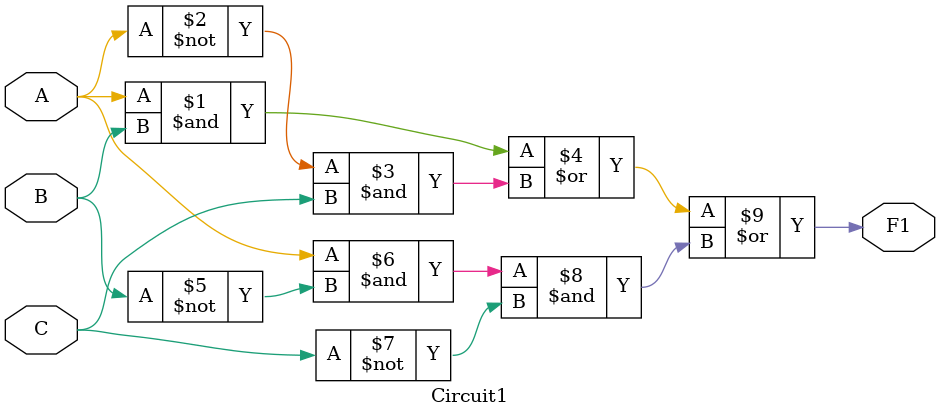
<source format=v>
`timescale 1ns / 1ps


module Circuit1(
    input A,
    input B,
    input C,
    output F1
    );
    assign F1 = (A & B) | (~A & C) | (A & ~B & ~C); 
    
    
//    always@(A, B, C) begin
//        case({A,B,C})
//            3'b000: F1 = 1'b0;
//            3'b001: F1 = 1'b1;
//            3'b010: F1 = 1'b0;
//            3'b011: F1 = 1'b1;
//            3'b100: F1 = 1'b1;
//            3'b101: F1 = 1'b0;
//            3'b110: F1 = 1'b1;
//            3'b111: F1 = 1'b1;
//        endcase

//    end
    
    
endmodule

</source>
